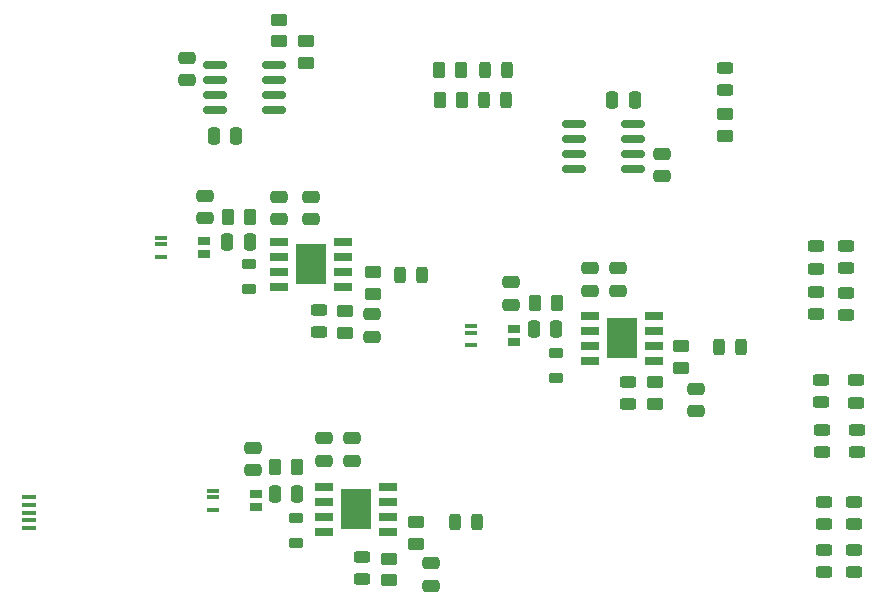
<source format=gbr>
%TF.GenerationSoftware,KiCad,Pcbnew,7.0.8-7.0.8~ubuntu22.04.1*%
%TF.CreationDate,2023-10-06T08:49:59+03:00*%
%TF.ProjectId,Omarich EPS stack V1.5,4f6d6172-6963-4682-9045-505320737461,rev?*%
%TF.SameCoordinates,Original*%
%TF.FileFunction,Paste,Top*%
%TF.FilePolarity,Positive*%
%FSLAX46Y46*%
G04 Gerber Fmt 4.6, Leading zero omitted, Abs format (unit mm)*
G04 Created by KiCad (PCBNEW 7.0.8-7.0.8~ubuntu22.04.1) date 2023-10-06 08:49:59*
%MOMM*%
%LPD*%
G01*
G04 APERTURE LIST*
G04 Aperture macros list*
%AMRoundRect*
0 Rectangle with rounded corners*
0 $1 Rounding radius*
0 $2 $3 $4 $5 $6 $7 $8 $9 X,Y pos of 4 corners*
0 Add a 4 corners polygon primitive as box body*
4,1,4,$2,$3,$4,$5,$6,$7,$8,$9,$2,$3,0*
0 Add four circle primitives for the rounded corners*
1,1,$1+$1,$2,$3*
1,1,$1+$1,$4,$5*
1,1,$1+$1,$6,$7*
1,1,$1+$1,$8,$9*
0 Add four rect primitives between the rounded corners*
20,1,$1+$1,$2,$3,$4,$5,0*
20,1,$1+$1,$4,$5,$6,$7,0*
20,1,$1+$1,$6,$7,$8,$9,0*
20,1,$1+$1,$8,$9,$2,$3,0*%
G04 Aperture macros list end*
%ADD10R,1.300000X0.450000*%
%ADD11RoundRect,0.250000X-0.475000X0.250000X-0.475000X-0.250000X0.475000X-0.250000X0.475000X0.250000X0*%
%ADD12RoundRect,0.243750X0.243750X0.456250X-0.243750X0.456250X-0.243750X-0.456250X0.243750X-0.456250X0*%
%ADD13RoundRect,0.243750X0.456250X-0.243750X0.456250X0.243750X-0.456250X0.243750X-0.456250X-0.243750X0*%
%ADD14RoundRect,0.250000X0.475000X-0.250000X0.475000X0.250000X-0.475000X0.250000X-0.475000X-0.250000X0*%
%ADD15RoundRect,0.250000X-0.450000X0.262500X-0.450000X-0.262500X0.450000X-0.262500X0.450000X0.262500X0*%
%ADD16RoundRect,0.243750X-0.243750X-0.456250X0.243750X-0.456250X0.243750X0.456250X-0.243750X0.456250X0*%
%ADD17RoundRect,0.243750X-0.456250X0.243750X-0.456250X-0.243750X0.456250X-0.243750X0.456250X0.243750X0*%
%ADD18R,1.525000X0.700000*%
%ADD19R,2.513000X3.402000*%
%ADD20R,1.000000X0.300000*%
%ADD21R,1.000000X0.800000*%
%ADD22RoundRect,0.250000X0.250000X0.475000X-0.250000X0.475000X-0.250000X-0.475000X0.250000X-0.475000X0*%
%ADD23RoundRect,0.250000X-0.262500X-0.450000X0.262500X-0.450000X0.262500X0.450000X-0.262500X0.450000X0*%
%ADD24RoundRect,0.250000X0.450000X-0.262500X0.450000X0.262500X-0.450000X0.262500X-0.450000X-0.262500X0*%
%ADD25RoundRect,0.218750X-0.381250X0.218750X-0.381250X-0.218750X0.381250X-0.218750X0.381250X0.218750X0*%
%ADD26RoundRect,0.150000X-0.825000X-0.150000X0.825000X-0.150000X0.825000X0.150000X-0.825000X0.150000X0*%
%ADD27RoundRect,0.150000X0.825000X0.150000X-0.825000X0.150000X-0.825000X-0.150000X0.825000X-0.150000X0*%
%ADD28RoundRect,0.250000X-0.250000X-0.475000X0.250000X-0.475000X0.250000X0.475000X-0.250000X0.475000X0*%
G04 APERTURE END LIST*
D10*
%TO.C,J9*%
X136005000Y-127981000D03*
X136005000Y-128631000D03*
X136005000Y-129281000D03*
X136005000Y-129931000D03*
X136005000Y-130581000D03*
%TD*%
D11*
%TO.C,C13*%
X160960000Y-122978000D03*
X160960000Y-124878000D03*
%TD*%
D12*
%TO.C,D9*%
X176474000Y-91800000D03*
X174599000Y-91800000D03*
%TD*%
D11*
%TO.C,C7*%
X157210000Y-102530000D03*
X157210000Y-104430000D03*
%TD*%
D13*
%TO.C,D15*%
X206130000Y-124170000D03*
X206130000Y-122295000D03*
%TD*%
%TO.C,D18*%
X202617000Y-108600000D03*
X202617000Y-106725000D03*
%TD*%
D14*
%TO.C,C21*%
X154972500Y-125668000D03*
X154972500Y-123768000D03*
%TD*%
D13*
%TO.C,D4*%
X205890000Y-130226000D03*
X205890000Y-128351000D03*
%TD*%
%TO.C,D20*%
X205184000Y-108565000D03*
X205184000Y-106690000D03*
%TD*%
D15*
%TO.C,R5*%
X162810000Y-112205000D03*
X162810000Y-114030000D03*
%TD*%
D16*
%TO.C,D8*%
X167460000Y-109190000D03*
X169335000Y-109190000D03*
%TD*%
D13*
%TO.C,D21*%
X205184000Y-112532000D03*
X205184000Y-110657000D03*
%TD*%
D14*
%TO.C,C10*%
X150900000Y-104332000D03*
X150900000Y-102432000D03*
%TD*%
D17*
%TO.C,D1*%
X194960000Y-91650000D03*
X194960000Y-93525000D03*
%TD*%
D13*
%TO.C,D5*%
X203300000Y-134290000D03*
X203300000Y-132415000D03*
%TD*%
D18*
%TO.C,IC2*%
X160978000Y-127061000D03*
X160978000Y-128331000D03*
X160978000Y-129601000D03*
X160978000Y-130871000D03*
X166402000Y-130871000D03*
X166402000Y-129601000D03*
X166402000Y-128331000D03*
X166402000Y-127061000D03*
D19*
X163690000Y-128966000D03*
%TD*%
D20*
%TO.C,U5*%
X151572500Y-127418000D03*
X151572500Y-127948000D03*
X151572500Y-129008000D03*
D21*
X155222500Y-128758000D03*
X155222500Y-127668000D03*
%TD*%
D12*
%TO.C,D2*%
X176410000Y-94320000D03*
X174535000Y-94320000D03*
%TD*%
D22*
%TO.C,C14*%
X158742500Y-127708000D03*
X156842500Y-127708000D03*
%TD*%
D15*
%TO.C,R11*%
X168790000Y-130073000D03*
X168790000Y-131898000D03*
%TD*%
D20*
%TO.C,U6*%
X173405000Y-113490520D03*
X173405000Y-114020520D03*
X173405000Y-115080520D03*
D21*
X177055000Y-114830520D03*
X177055000Y-113740520D03*
%TD*%
D13*
%TO.C,D13*%
X203176000Y-124147500D03*
X203176000Y-122272500D03*
%TD*%
D23*
%TO.C,R8*%
X170742000Y-91800000D03*
X172567000Y-91800000D03*
%TD*%
D20*
%TO.C,U3*%
X147205000Y-106002520D03*
X147205000Y-106532520D03*
X147205000Y-107592520D03*
D21*
X150855000Y-107342520D03*
X150855000Y-106252520D03*
%TD*%
D14*
%TO.C,C22*%
X176843000Y-111680000D03*
X176843000Y-109780000D03*
%TD*%
D24*
%TO.C,R3*%
X194960000Y-97382000D03*
X194960000Y-95557000D03*
%TD*%
D13*
%TO.C,D14*%
X206060000Y-119950000D03*
X206060000Y-118075000D03*
%TD*%
D11*
%TO.C,C8*%
X159880000Y-102510000D03*
X159880000Y-104410000D03*
%TD*%
D23*
%TO.C,R14*%
X156890000Y-125438000D03*
X158715000Y-125438000D03*
%TD*%
D13*
%TO.C,D3*%
X203300000Y-130226000D03*
X203300000Y-128351000D03*
%TD*%
%TO.C,D19*%
X202630000Y-112435000D03*
X202630000Y-110560000D03*
%TD*%
D14*
%TO.C,C5*%
X149365000Y-92636000D03*
X149365000Y-90736000D03*
%TD*%
D25*
%TO.C,L2*%
X158652500Y-129698000D03*
X158652500Y-131823000D03*
%TD*%
%TO.C,L1*%
X154630000Y-108185000D03*
X154630000Y-110310000D03*
%TD*%
D23*
%TO.C,R15*%
X178875000Y-111558000D03*
X180700000Y-111558000D03*
%TD*%
D22*
%TO.C,C18*%
X180684000Y-113747000D03*
X178784000Y-113747000D03*
%TD*%
D26*
%TO.C,U4*%
X182201000Y-96367000D03*
X182201000Y-97637000D03*
X182201000Y-98907000D03*
X182201000Y-100177000D03*
X187151000Y-100177000D03*
X187151000Y-98907000D03*
X187151000Y-97637000D03*
X187151000Y-96367000D03*
%TD*%
D11*
%TO.C,C17*%
X183526000Y-108598000D03*
X183526000Y-110498000D03*
%TD*%
D15*
%TO.C,R12*%
X189020000Y-118235000D03*
X189020000Y-120060000D03*
%TD*%
D13*
%TO.C,D17*%
X186740000Y-120075000D03*
X186740000Y-118200000D03*
%TD*%
D11*
%TO.C,C15*%
X163390000Y-122988000D03*
X163390000Y-124888000D03*
%TD*%
D18*
%TO.C,IC1*%
X157212000Y-106340000D03*
X157212000Y-107610000D03*
X157212000Y-108880000D03*
X157212000Y-110150000D03*
X162636000Y-110150000D03*
X162636000Y-108880000D03*
X162636000Y-107610000D03*
X162636000Y-106340000D03*
D19*
X159924000Y-108245000D03*
%TD*%
D18*
%TO.C,IC3*%
X183520000Y-112604000D03*
X183520000Y-113874000D03*
X183520000Y-115144000D03*
X183520000Y-116414000D03*
X188944000Y-116414000D03*
X188944000Y-115144000D03*
X188944000Y-113874000D03*
X188944000Y-112604000D03*
D19*
X186232000Y-114509000D03*
%TD*%
D22*
%TO.C,C3*%
X153551000Y-97356000D03*
X151651000Y-97356000D03*
%TD*%
%TO.C,C6*%
X154700000Y-106340000D03*
X152800000Y-106340000D03*
%TD*%
D11*
%TO.C,C16*%
X170030000Y-133550000D03*
X170030000Y-135450000D03*
%TD*%
D13*
%TO.C,D7*%
X160550000Y-113980000D03*
X160550000Y-112105000D03*
%TD*%
D16*
%TO.C,D22*%
X194460000Y-115220000D03*
X196335000Y-115220000D03*
%TD*%
D11*
%TO.C,C20*%
X192460000Y-118800000D03*
X192460000Y-120700000D03*
%TD*%
%TO.C,C12*%
X189590000Y-98890000D03*
X189590000Y-100790000D03*
%TD*%
D15*
%TO.C,R13*%
X191240000Y-115160000D03*
X191240000Y-116985000D03*
%TD*%
D13*
%TO.C,D11*%
X164230000Y-134905000D03*
X164230000Y-133030000D03*
%TD*%
D23*
%TO.C,R7*%
X152885000Y-104210000D03*
X154710000Y-104210000D03*
%TD*%
D24*
%TO.C,R1*%
X159512000Y-91186000D03*
X159512000Y-89361000D03*
%TD*%
D23*
%TO.C,R4*%
X170862500Y-94320000D03*
X172687500Y-94320000D03*
%TD*%
D15*
%TO.C,R6*%
X165110000Y-108897000D03*
X165110000Y-110722000D03*
%TD*%
%TO.C,R10*%
X166530000Y-133175000D03*
X166530000Y-135000000D03*
%TD*%
D27*
%TO.C,U1*%
X156728000Y-95181000D03*
X156728000Y-93911000D03*
X156728000Y-92641000D03*
X156728000Y-91371000D03*
X151778000Y-91371000D03*
X151778000Y-92641000D03*
X151778000Y-93911000D03*
X151778000Y-95181000D03*
%TD*%
D28*
%TO.C,C11*%
X185410000Y-94350000D03*
X187310000Y-94350000D03*
%TD*%
D11*
%TO.C,C19*%
X185910000Y-108588000D03*
X185910000Y-110488000D03*
%TD*%
D25*
%TO.C,L3*%
X180650000Y-115725500D03*
X180650000Y-117850500D03*
%TD*%
D16*
%TO.C,D16*%
X172115000Y-130048000D03*
X173990000Y-130048000D03*
%TD*%
D11*
%TO.C,C9*%
X165100000Y-112470000D03*
X165100000Y-114370000D03*
%TD*%
D13*
%TO.C,D12*%
X203106000Y-119927500D03*
X203106000Y-118052500D03*
%TD*%
D24*
%TO.C,R2*%
X157190000Y-89370000D03*
X157190000Y-87545000D03*
%TD*%
D13*
%TO.C,D6*%
X205890000Y-134290000D03*
X205890000Y-132415000D03*
%TD*%
M02*

</source>
